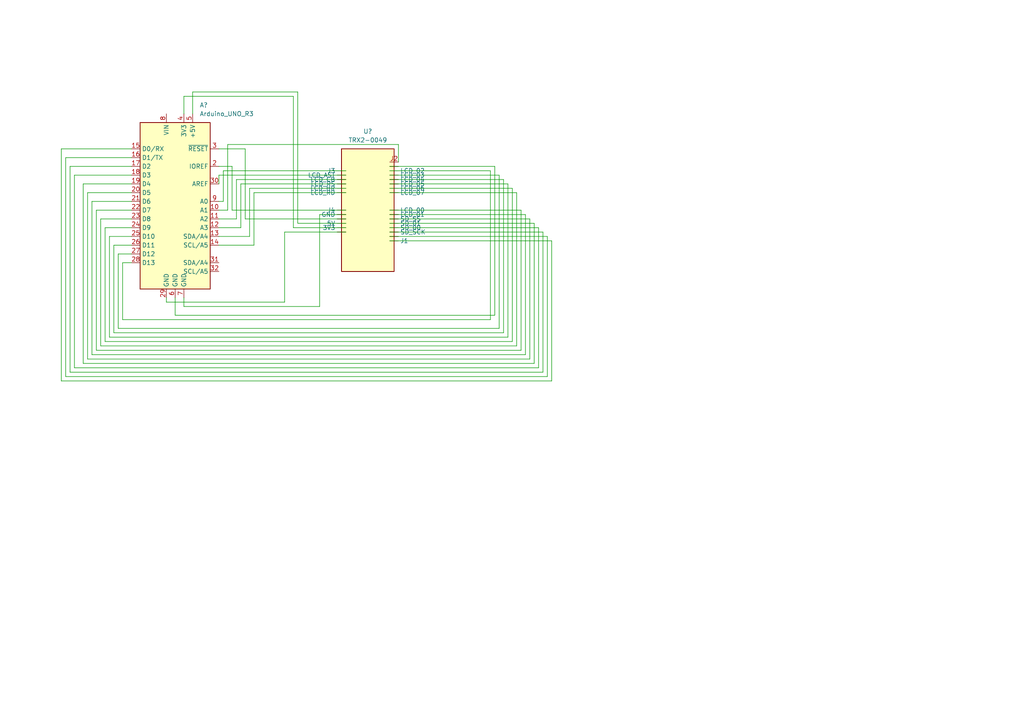
<source format=kicad_sch>
(kicad_sch (version 20211123) (generator eeschema)

  (uuid 25251566-8d33-4f8b-bde3-dfaac394c92a)

  (paper "A4")

  (lib_symbols
    (symbol "Display_Character:TRX2-0049" (in_bom yes) (on_board yes)
      (property "Reference" "U?" (id 0) (at 2.0194 22.86 0)
        (effects (font (size 1.27 1.27)) (justify left))
      )
      (property "Value" "TRX2-0049" (id 1) (at 2.0194 20.32 0)
        (effects (font (size 1.27 1.27)) (justify left))
      )
      (property "Footprint" "" (id 2) (at 0 -21.59 0)
        (effects (font (size 1.27 1.27)) hide)
      )
      (property "Datasheet" "" (id 3) (at 12.7 -7.62 0)
        (effects (font (size 1.27 1.27)) hide)
      )
      (property "ki_keywords" "display LCD dot-matrix" (id 4) (at 0 0 0)
        (effects (font (size 1.27 1.27)) hide)
      )
      (property "ki_description" "LCD 12x2, 8 bit parallel bus, 3V or 5V VDD" (id 5) (at 0 0 0)
        (effects (font (size 1.27 1.27)) hide)
      )
      (property "ki_fp_filters" "*LCD*016N002L*" (id 6) (at 0 0 0)
        (effects (font (size 1.27 1.27)) hide)
      )
      (symbol "TRX2-0049_1_1"
        (rectangle (start -7.62 16.51) (end 7.62 -19.05)
          (stroke (width 0.254) (type default) (color 0 0 0 0))
          (fill (type background))
        )
        (pin unspecified line (at -6.35 -7.62 180) (length 2.54)
          (name "" (effects (font (size 1.27 1.27))))
          (number "" (effects (font (size 1.27 1.27))))
        )
        (pin unspecified line (at -6.35 -3.81 180) (length 2.54)
          (name "" (effects (font (size 1.27 1.27))))
          (number "" (effects (font (size 1.27 1.27))))
        )
        (pin unspecified line (at 6.35 -8.89 0) (length 2.54)
          (name "" (effects (font (size 1.27 1.27))))
          (number "" (effects (font (size 1.27 1.27))))
        )
        (pin unspecified line (at 6.35 11.43 0) (length 2.54)
          (name "" (effects (font (size 1.27 1.27))))
          (number "" (effects (font (size 1.27 1.27))))
        )
        (pin input line (at -6.35 -6.35 180) (length 2.54)
          (name "3V3" (effects (font (size 1.27 1.27))))
          (number "" (effects (font (size 1.27 1.27))))
        )
        (pin input line (at -6.35 -5.08 180) (length 2.54)
          (name "5V" (effects (font (size 1.27 1.27))))
          (number "" (effects (font (size 1.27 1.27))))
        )
        (pin output line (at -6.35 -2.54 180) (length 2.54)
          (name "GND" (effects (font (size 1.27 1.27))))
          (number "" (effects (font (size 1.27 1.27))))
        )
        (pin input line (at 6.35 -10.16 0) (length 2.54)
          (name "J1" (effects (font (size 1.27 1.27))))
          (number "" (effects (font (size 1.27 1.27))))
        )
        (pin input line (at -6.35 10.16 180) (length 2.54)
          (name "J3" (effects (font (size 1.27 1.27))))
          (number "" (effects (font (size 1.27 1.27))))
        )
        (pin input line (at -6.35 -1.27 180) (length 2.54)
          (name "J4" (effects (font (size 1.27 1.27))))
          (number "" (effects (font (size 1.27 1.27))))
        )
        (pin output line (at 6.35 -1.27 0) (length 2.54)
          (name "LCD_00" (effects (font (size 1.27 1.27))))
          (number "" (effects (font (size 1.27 1.27))))
        )
        (pin output line (at 6.35 -2.54 0) (length 2.54)
          (name "LCD_01" (effects (font (size 1.27 1.27))))
          (number "" (effects (font (size 1.27 1.27))))
        )
        (pin output line (at 6.35 10.16 0) (length 2.54)
          (name "LCD_02" (effects (font (size 1.27 1.27))))
          (number "" (effects (font (size 1.27 1.27))))
        )
        (pin output line (at 6.35 8.89 0) (length 2.54)
          (name "LCD_03" (effects (font (size 1.27 1.27))))
          (number "" (effects (font (size 1.27 1.27))))
        )
        (pin output line (at 6.35 7.62 0) (length 2.54)
          (name "LCD_04" (effects (font (size 1.27 1.27))))
          (number "" (effects (font (size 1.27 1.27))))
        )
        (pin output line (at 6.35 6.35 0) (length 2.54)
          (name "LCD_05" (effects (font (size 1.27 1.27))))
          (number "" (effects (font (size 1.27 1.27))))
        )
        (pin output line (at 6.35 5.08 0) (length 2.54)
          (name "LCD_06" (effects (font (size 1.27 1.27))))
          (number "" (effects (font (size 1.27 1.27))))
        )
        (pin output line (at 6.35 3.81 0) (length 2.54)
          (name "LCD_07" (effects (font (size 1.27 1.27))))
          (number "" (effects (font (size 1.27 1.27))))
        )
        (pin output line (at -6.35 8.89 180) (length 2.54)
          (name "LCD_AST" (effects (font (size 1.27 1.27))))
          (number "" (effects (font (size 1.27 1.27))))
        )
        (pin output line (at -6.35 7.62 180) (length 2.54)
          (name "LCD_CB" (effects (font (size 1.27 1.27))))
          (number "" (effects (font (size 1.27 1.27))))
        )
        (pin output line (at -6.35 5.08 180) (length 2.54)
          (name "LCD_HR" (effects (font (size 1.27 1.27))))
          (number "" (effects (font (size 1.27 1.27))))
        )
        (pin output line (at -6.35 3.81 180) (length 2.54)
          (name "LCD_RD" (effects (font (size 1.27 1.27))))
          (number "" (effects (font (size 1.27 1.27))))
        )
        (pin output line (at -6.35 6.35 180) (length 2.54)
          (name "LCD_RS" (effects (font (size 1.27 1.27))))
          (number "" (effects (font (size 1.27 1.27))))
        )
        (pin output line (at 6.35 -6.35 0) (length 2.54)
          (name "SD_00" (effects (font (size 1.27 1.27))))
          (number "" (effects (font (size 1.27 1.27))))
        )
        (pin output line (at 6.35 -5.08 0) (length 2.54)
          (name "SD_01" (effects (font (size 1.27 1.27))))
          (number "" (effects (font (size 1.27 1.27))))
        )
        (pin output line (at 6.35 -7.62 0) (length 2.54)
          (name "SD_SCK" (effects (font (size 1.27 1.27))))
          (number "" (effects (font (size 1.27 1.27))))
        )
        (pin output line (at 6.35 -3.81 0) (length 2.54)
          (name "SD_SS" (effects (font (size 1.27 1.27))))
          (number "" (effects (font (size 1.27 1.27))))
        )
        (pin input line (at 6.35 12.7 0) (length 2.54)
          (name "" (effects (font (size 1.27 1.27))))
          (number "J2" (effects (font (size 1.27 1.27))))
        )
      )
    )
    (symbol "MCU_Module:Arduino_UNO_R3" (in_bom yes) (on_board yes)
      (property "Reference" "A" (id 0) (at -10.16 23.495 0)
        (effects (font (size 1.27 1.27)) (justify left bottom))
      )
      (property "Value" "Arduino_UNO_R3" (id 1) (at 5.08 -26.67 0)
        (effects (font (size 1.27 1.27)) (justify left top))
      )
      (property "Footprint" "Module:Arduino_UNO_R3" (id 2) (at 0 0 0)
        (effects (font (size 1.27 1.27) italic) hide)
      )
      (property "Datasheet" "https://www.arduino.cc/en/Main/arduinoBoardUno" (id 3) (at 0 0 0)
        (effects (font (size 1.27 1.27)) hide)
      )
      (property "ki_keywords" "Arduino UNO R3 Microcontroller Module Atmel AVR USB" (id 4) (at 0 0 0)
        (effects (font (size 1.27 1.27)) hide)
      )
      (property "ki_description" "Arduino UNO Microcontroller Module, release 3" (id 5) (at 0 0 0)
        (effects (font (size 1.27 1.27)) hide)
      )
      (property "ki_fp_filters" "Arduino*UNO*R3*" (id 6) (at 0 0 0)
        (effects (font (size 1.27 1.27)) hide)
      )
      (symbol "Arduino_UNO_R3_0_1"
        (rectangle (start -10.16 22.86) (end 10.16 -25.4)
          (stroke (width 0.254) (type default) (color 0 0 0 0))
          (fill (type background))
        )
      )
      (symbol "Arduino_UNO_R3_1_1"
        (pin no_connect line (at -10.16 -20.32 0) (length 2.54) hide
          (name "NC" (effects (font (size 1.27 1.27))))
          (number "1" (effects (font (size 1.27 1.27))))
        )
        (pin bidirectional line (at 12.7 -2.54 180) (length 2.54)
          (name "A1" (effects (font (size 1.27 1.27))))
          (number "10" (effects (font (size 1.27 1.27))))
        )
        (pin bidirectional line (at 12.7 -5.08 180) (length 2.54)
          (name "A2" (effects (font (size 1.27 1.27))))
          (number "11" (effects (font (size 1.27 1.27))))
        )
        (pin bidirectional line (at 12.7 -7.62 180) (length 2.54)
          (name "A3" (effects (font (size 1.27 1.27))))
          (number "12" (effects (font (size 1.27 1.27))))
        )
        (pin bidirectional line (at 12.7 -10.16 180) (length 2.54)
          (name "SDA/A4" (effects (font (size 1.27 1.27))))
          (number "13" (effects (font (size 1.27 1.27))))
        )
        (pin bidirectional line (at 12.7 -12.7 180) (length 2.54)
          (name "SCL/A5" (effects (font (size 1.27 1.27))))
          (number "14" (effects (font (size 1.27 1.27))))
        )
        (pin bidirectional line (at -12.7 15.24 0) (length 2.54)
          (name "D0/RX" (effects (font (size 1.27 1.27))))
          (number "15" (effects (font (size 1.27 1.27))))
        )
        (pin bidirectional line (at -12.7 12.7 0) (length 2.54)
          (name "D1/TX" (effects (font (size 1.27 1.27))))
          (number "16" (effects (font (size 1.27 1.27))))
        )
        (pin bidirectional line (at -12.7 10.16 0) (length 2.54)
          (name "D2" (effects (font (size 1.27 1.27))))
          (number "17" (effects (font (size 1.27 1.27))))
        )
        (pin bidirectional line (at -12.7 7.62 0) (length 2.54)
          (name "D3" (effects (font (size 1.27 1.27))))
          (number "18" (effects (font (size 1.27 1.27))))
        )
        (pin bidirectional line (at -12.7 5.08 0) (length 2.54)
          (name "D4" (effects (font (size 1.27 1.27))))
          (number "19" (effects (font (size 1.27 1.27))))
        )
        (pin output line (at 12.7 10.16 180) (length 2.54)
          (name "IOREF" (effects (font (size 1.27 1.27))))
          (number "2" (effects (font (size 1.27 1.27))))
        )
        (pin bidirectional line (at -12.7 2.54 0) (length 2.54)
          (name "D5" (effects (font (size 1.27 1.27))))
          (number "20" (effects (font (size 1.27 1.27))))
        )
        (pin bidirectional line (at -12.7 0 0) (length 2.54)
          (name "D6" (effects (font (size 1.27 1.27))))
          (number "21" (effects (font (size 1.27 1.27))))
        )
        (pin bidirectional line (at -12.7 -2.54 0) (length 2.54)
          (name "D7" (effects (font (size 1.27 1.27))))
          (number "22" (effects (font (size 1.27 1.27))))
        )
        (pin bidirectional line (at -12.7 -5.08 0) (length 2.54)
          (name "D8" (effects (font (size 1.27 1.27))))
          (number "23" (effects (font (size 1.27 1.27))))
        )
        (pin bidirectional line (at -12.7 -7.62 0) (length 2.54)
          (name "D9" (effects (font (size 1.27 1.27))))
          (number "24" (effects (font (size 1.27 1.27))))
        )
        (pin bidirectional line (at -12.7 -10.16 0) (length 2.54)
          (name "D10" (effects (font (size 1.27 1.27))))
          (number "25" (effects (font (size 1.27 1.27))))
        )
        (pin bidirectional line (at -12.7 -12.7 0) (length 2.54)
          (name "D11" (effects (font (size 1.27 1.27))))
          (number "26" (effects (font (size 1.27 1.27))))
        )
        (pin bidirectional line (at -12.7 -15.24 0) (length 2.54)
          (name "D12" (effects (font (size 1.27 1.27))))
          (number "27" (effects (font (size 1.27 1.27))))
        )
        (pin bidirectional line (at -12.7 -17.78 0) (length 2.54)
          (name "D13" (effects (font (size 1.27 1.27))))
          (number "28" (effects (font (size 1.27 1.27))))
        )
        (pin power_in line (at -2.54 -27.94 90) (length 2.54)
          (name "GND" (effects (font (size 1.27 1.27))))
          (number "29" (effects (font (size 1.27 1.27))))
        )
        (pin input line (at 12.7 15.24 180) (length 2.54)
          (name "~{RESET}" (effects (font (size 1.27 1.27))))
          (number "3" (effects (font (size 1.27 1.27))))
        )
        (pin input line (at 12.7 5.08 180) (length 2.54)
          (name "AREF" (effects (font (size 1.27 1.27))))
          (number "30" (effects (font (size 1.27 1.27))))
        )
        (pin bidirectional line (at 12.7 -17.78 180) (length 2.54)
          (name "SDA/A4" (effects (font (size 1.27 1.27))))
          (number "31" (effects (font (size 1.27 1.27))))
        )
        (pin bidirectional line (at 12.7 -20.32 180) (length 2.54)
          (name "SCL/A5" (effects (font (size 1.27 1.27))))
          (number "32" (effects (font (size 1.27 1.27))))
        )
        (pin power_out line (at 2.54 25.4 270) (length 2.54)
          (name "3V3" (effects (font (size 1.27 1.27))))
          (number "4" (effects (font (size 1.27 1.27))))
        )
        (pin power_out line (at 5.08 25.4 270) (length 2.54)
          (name "+5V" (effects (font (size 1.27 1.27))))
          (number "5" (effects (font (size 1.27 1.27))))
        )
        (pin power_in line (at 0 -27.94 90) (length 2.54)
          (name "GND" (effects (font (size 1.27 1.27))))
          (number "6" (effects (font (size 1.27 1.27))))
        )
        (pin power_in line (at 2.54 -27.94 90) (length 2.54)
          (name "GND" (effects (font (size 1.27 1.27))))
          (number "7" (effects (font (size 1.27 1.27))))
        )
        (pin power_in line (at -2.54 25.4 270) (length 2.54)
          (name "VIN" (effects (font (size 1.27 1.27))))
          (number "8" (effects (font (size 1.27 1.27))))
        )
        (pin bidirectional line (at 12.7 0 180) (length 2.54)
          (name "A0" (effects (font (size 1.27 1.27))))
          (number "9" (effects (font (size 1.27 1.27))))
        )
      )
    )
  )


  (wire (pts (xy 82.55 87.63) (xy 48.26 87.63))
    (stroke (width 0) (type default) (color 0 0 0 0))
    (uuid 038de4d6-a802-4c81-b43a-9023f1e32120)
  )
  (wire (pts (xy 33.02 71.12) (xy 38.1 71.12))
    (stroke (width 0) (type default) (color 0 0 0 0))
    (uuid 0750131c-42be-4d4b-a9bf-27e3849f0b6a)
  )
  (wire (pts (xy 144.78 95.25) (xy 34.29 95.25))
    (stroke (width 0) (type default) (color 0 0 0 0))
    (uuid 07cc00bc-fdf2-46ee-8809-fbae6e652039)
  )
  (wire (pts (xy 27.94 101.6) (xy 27.94 60.96))
    (stroke (width 0) (type default) (color 0 0 0 0))
    (uuid 0a1b7daf-2562-424c-aba2-08b21803f1ac)
  )
  (wire (pts (xy 25.4 104.14) (xy 25.4 55.88))
    (stroke (width 0) (type default) (color 0 0 0 0))
    (uuid 0caee242-b601-4cc7-b4b2-0082f595b9dc)
  )
  (wire (pts (xy 113.03 64.77) (xy 154.94 64.77))
    (stroke (width 0) (type default) (color 0 0 0 0))
    (uuid 112c30e9-57a2-4f01-8d4c-7fa5af442c93)
  )
  (wire (pts (xy 21.59 50.8) (xy 38.1 50.8))
    (stroke (width 0) (type default) (color 0 0 0 0))
    (uuid 1203cdff-cf9a-41e0-acdb-6bfd6bb1ffbe)
  )
  (wire (pts (xy 149.86 100.33) (xy 29.21 100.33))
    (stroke (width 0) (type default) (color 0 0 0 0))
    (uuid 1299e951-c32a-4604-80f9-52e413a1bfdc)
  )
  (wire (pts (xy 100.33 64.77) (xy 86.36 64.77))
    (stroke (width 0) (type default) (color 0 0 0 0))
    (uuid 145fd9b0-c8b7-486c-828c-0f184588ed48)
  )
  (wire (pts (xy 113.03 49.53) (xy 142.24 49.53))
    (stroke (width 0) (type default) (color 0 0 0 0))
    (uuid 167c748c-5399-4204-8552-261cdc23ce76)
  )
  (wire (pts (xy 100.33 53.34) (xy 69.85 53.34))
    (stroke (width 0) (type default) (color 0 0 0 0))
    (uuid 191cd24e-6e7b-443f-aa46-1a4d74b2ebda)
  )
  (wire (pts (xy 30.48 99.06) (xy 30.48 66.04))
    (stroke (width 0) (type default) (color 0 0 0 0))
    (uuid 1fd58fbe-72e9-4c6c-b154-ff9bf115dc9a)
  )
  (wire (pts (xy 151.13 60.96) (xy 151.13 101.6))
    (stroke (width 0) (type default) (color 0 0 0 0))
    (uuid 233eea2d-3f98-4ba1-bbc8-e1143a6380f2)
  )
  (wire (pts (xy 63.5 50.8) (xy 63.5 53.34))
    (stroke (width 0) (type default) (color 0 0 0 0))
    (uuid 251ebb72-5703-4cd3-ad98-83320ce0a727)
  )
  (wire (pts (xy 147.32 53.34) (xy 147.32 97.79))
    (stroke (width 0) (type default) (color 0 0 0 0))
    (uuid 25cf0a11-4506-4c55-ad1c-0f15f23763d9)
  )
  (wire (pts (xy 113.03 69.85) (xy 160.02 69.85))
    (stroke (width 0) (type default) (color 0 0 0 0))
    (uuid 264e87f1-9b35-4d09-a608-f9b669ab91f2)
  )
  (wire (pts (xy 63.5 68.58) (xy 72.39 68.58))
    (stroke (width 0) (type default) (color 0 0 0 0))
    (uuid 26b3b8da-7715-4d0f-a8b2-f099f08ae7fc)
  )
  (wire (pts (xy 34.29 95.25) (xy 34.29 73.66))
    (stroke (width 0) (type default) (color 0 0 0 0))
    (uuid 2b5f3567-962b-4445-8b41-b703f896a999)
  )
  (wire (pts (xy 100.33 49.53) (xy 64.77 49.53))
    (stroke (width 0) (type default) (color 0 0 0 0))
    (uuid 2d055f52-8de2-475c-89a1-60e423925d9f)
  )
  (wire (pts (xy 73.66 55.88) (xy 73.66 71.12))
    (stroke (width 0) (type default) (color 0 0 0 0))
    (uuid 30c58271-0436-4d5d-a6ed-5047c253eb39)
  )
  (wire (pts (xy 115.57 41.91) (xy 66.04 41.91))
    (stroke (width 0) (type default) (color 0 0 0 0))
    (uuid 30cd7e1e-25e7-46ec-a097-5fd94ae368a0)
  )
  (wire (pts (xy 156.21 106.68) (xy 21.59 106.68))
    (stroke (width 0) (type default) (color 0 0 0 0))
    (uuid 33d3c859-936d-4269-b9be-3d592976ec16)
  )
  (wire (pts (xy 148.59 54.61) (xy 148.59 99.06))
    (stroke (width 0) (type default) (color 0 0 0 0))
    (uuid 377f8026-98a7-4d97-a1bf-cb780cb9415f)
  )
  (wire (pts (xy 55.88 26.67) (xy 55.88 33.02))
    (stroke (width 0) (type default) (color 0 0 0 0))
    (uuid 3b0f0602-a5cd-42aa-b3e5-1cb5cc55d312)
  )
  (wire (pts (xy 35.56 76.2) (xy 38.1 76.2))
    (stroke (width 0) (type default) (color 0 0 0 0))
    (uuid 3c4cdda6-03db-4484-958d-f90fdb74b770)
  )
  (wire (pts (xy 154.94 64.77) (xy 154.94 105.41))
    (stroke (width 0) (type default) (color 0 0 0 0))
    (uuid 409d753f-d228-4e3f-80e9-ceeed6f934ab)
  )
  (wire (pts (xy 113.03 62.23) (xy 152.4 62.23))
    (stroke (width 0) (type default) (color 0 0 0 0))
    (uuid 41dc11f8-9dc2-4da9-9504-75451e6c6ed5)
  )
  (wire (pts (xy 143.51 48.26) (xy 143.51 91.44))
    (stroke (width 0) (type default) (color 0 0 0 0))
    (uuid 436e06b0-8a99-466c-889c-5f7e0a5ce4ad)
  )
  (wire (pts (xy 113.03 55.88) (xy 149.86 55.88))
    (stroke (width 0) (type default) (color 0 0 0 0))
    (uuid 43e2f015-69b9-4046-a644-2b1f37bc43ee)
  )
  (wire (pts (xy 92.71 62.23) (xy 92.71 88.9))
    (stroke (width 0) (type default) (color 0 0 0 0))
    (uuid 45222a1c-89f8-4684-8742-f8c120201027)
  )
  (wire (pts (xy 30.48 66.04) (xy 38.1 66.04))
    (stroke (width 0) (type default) (color 0 0 0 0))
    (uuid 4b3b1eba-2440-4446-a470-6bcbc1943279)
  )
  (wire (pts (xy 21.59 106.68) (xy 21.59 50.8))
    (stroke (width 0) (type default) (color 0 0 0 0))
    (uuid 4b4df465-4300-4246-803b-96e9f22dba25)
  )
  (wire (pts (xy 69.85 53.34) (xy 69.85 66.04))
    (stroke (width 0) (type default) (color 0 0 0 0))
    (uuid 51a82b0b-7888-4f00-b07e-050776a32b93)
  )
  (wire (pts (xy 146.05 96.52) (xy 33.02 96.52))
    (stroke (width 0) (type default) (color 0 0 0 0))
    (uuid 523fa2b6-3f13-434f-a3ee-f9de9f7d3f59)
  )
  (wire (pts (xy 113.03 54.61) (xy 148.59 54.61))
    (stroke (width 0) (type default) (color 0 0 0 0))
    (uuid 54df70fe-1395-4f7c-97ba-e8cf2ef02576)
  )
  (wire (pts (xy 67.31 48.26) (xy 63.5 48.26))
    (stroke (width 0) (type default) (color 0 0 0 0))
    (uuid 552830c3-e261-4ce2-a130-0593b05d1027)
  )
  (wire (pts (xy 152.4 62.23) (xy 152.4 102.87))
    (stroke (width 0) (type default) (color 0 0 0 0))
    (uuid 576e1879-c8bd-419b-b831-c02055f4763c)
  )
  (wire (pts (xy 31.75 97.79) (xy 31.75 68.58))
    (stroke (width 0) (type default) (color 0 0 0 0))
    (uuid 5d1d62b3-4cd0-4360-9eb3-c544e4d118de)
  )
  (wire (pts (xy 66.04 60.96) (xy 63.5 60.96))
    (stroke (width 0) (type default) (color 0 0 0 0))
    (uuid 5ee59d4a-b36e-46ba-9b86-91af54768191)
  )
  (wire (pts (xy 113.03 50.8) (xy 144.78 50.8))
    (stroke (width 0) (type default) (color 0 0 0 0))
    (uuid 601741d8-c619-4b68-9e41-483bc5c89649)
  )
  (wire (pts (xy 100.33 63.5) (xy 71.12 63.5))
    (stroke (width 0) (type default) (color 0 0 0 0))
    (uuid 638be01f-f3fd-430f-b8d4-df0b76332104)
  )
  (wire (pts (xy 86.36 26.67) (xy 55.88 26.67))
    (stroke (width 0) (type default) (color 0 0 0 0))
    (uuid 66a63a28-3b92-4440-a532-be9343b985ad)
  )
  (wire (pts (xy 72.39 54.61) (xy 72.39 68.58))
    (stroke (width 0) (type default) (color 0 0 0 0))
    (uuid 683d9b78-83ec-45a8-aaf5-920897ee711f)
  )
  (wire (pts (xy 157.48 67.31) (xy 157.48 107.95))
    (stroke (width 0) (type default) (color 0 0 0 0))
    (uuid 691bdb43-f343-483f-a9bc-0a57ca292795)
  )
  (wire (pts (xy 67.31 60.96) (xy 67.31 48.26))
    (stroke (width 0) (type default) (color 0 0 0 0))
    (uuid 6953dc91-b939-49b6-a85e-11391e9e42d7)
  )
  (wire (pts (xy 158.75 68.58) (xy 158.75 109.22))
    (stroke (width 0) (type default) (color 0 0 0 0))
    (uuid 6a60a8e1-129b-49aa-8417-9011814c3fda)
  )
  (wire (pts (xy 20.32 107.95) (xy 20.32 48.26))
    (stroke (width 0) (type default) (color 0 0 0 0))
    (uuid 6b09c5ad-a15d-469f-a855-ea7fdb38f62b)
  )
  (wire (pts (xy 154.94 105.41) (xy 24.13 105.41))
    (stroke (width 0) (type default) (color 0 0 0 0))
    (uuid 6d53d34d-a2e9-4390-a7ee-b4adf6c97410)
  )
  (wire (pts (xy 113.03 66.04) (xy 156.21 66.04))
    (stroke (width 0) (type default) (color 0 0 0 0))
    (uuid 6dbd84b1-fd0d-456b-87c1-fa0483a80801)
  )
  (wire (pts (xy 146.05 52.07) (xy 146.05 96.52))
    (stroke (width 0) (type default) (color 0 0 0 0))
    (uuid 6fff5f79-f441-454f-8a39-0a32094602e8)
  )
  (wire (pts (xy 29.21 63.5) (xy 38.1 63.5))
    (stroke (width 0) (type default) (color 0 0 0 0))
    (uuid 738b27a7-69d7-430b-b0bf-3df3ca9c2191)
  )
  (wire (pts (xy 142.24 49.53) (xy 142.24 92.71))
    (stroke (width 0) (type default) (color 0 0 0 0))
    (uuid 75692b36-b478-4208-86f0-d4cb4eff6675)
  )
  (wire (pts (xy 86.36 64.77) (xy 86.36 26.67))
    (stroke (width 0) (type default) (color 0 0 0 0))
    (uuid 77ab6920-0cd2-429f-a94b-3f711a243857)
  )
  (wire (pts (xy 115.57 46.99) (xy 115.57 41.91))
    (stroke (width 0) (type default) (color 0 0 0 0))
    (uuid 77ef2db3-5861-4533-8d84-1ca60e03da6a)
  )
  (wire (pts (xy 158.75 109.22) (xy 19.05 109.22))
    (stroke (width 0) (type default) (color 0 0 0 0))
    (uuid 7f89be47-2455-4f34-82cc-f450d3f69e4c)
  )
  (wire (pts (xy 25.4 55.88) (xy 38.1 55.88))
    (stroke (width 0) (type default) (color 0 0 0 0))
    (uuid 81f39fdc-d495-4d5c-8389-9819e708ac9f)
  )
  (wire (pts (xy 82.55 67.31) (xy 82.55 87.63))
    (stroke (width 0) (type default) (color 0 0 0 0))
    (uuid 82be65c9-a622-4ba4-8c4c-07907de9be15)
  )
  (wire (pts (xy 113.03 68.58) (xy 158.75 68.58))
    (stroke (width 0) (type default) (color 0 0 0 0))
    (uuid 84cc28c1-3324-4082-ab0f-8c589095dd81)
  )
  (wire (pts (xy 19.05 109.22) (xy 19.05 45.72))
    (stroke (width 0) (type default) (color 0 0 0 0))
    (uuid 882d1c43-7530-4ffe-83e7-bbaf01e9b751)
  )
  (wire (pts (xy 100.33 62.23) (xy 92.71 62.23))
    (stroke (width 0) (type default) (color 0 0 0 0))
    (uuid 88fefdc3-7107-4c78-b951-a45135ce7380)
  )
  (wire (pts (xy 100.33 66.04) (xy 85.09 66.04))
    (stroke (width 0) (type default) (color 0 0 0 0))
    (uuid 8c0b63a4-9f49-4c4e-88e8-825404267292)
  )
  (wire (pts (xy 17.78 110.49) (xy 17.78 43.18))
    (stroke (width 0) (type default) (color 0 0 0 0))
    (uuid 8cee5611-fea6-4dfd-b619-76c6b2d72f4a)
  )
  (wire (pts (xy 69.85 66.04) (xy 63.5 66.04))
    (stroke (width 0) (type default) (color 0 0 0 0))
    (uuid 8d4b0135-171c-4f95-bc76-6a7997afb73f)
  )
  (wire (pts (xy 153.67 104.14) (xy 25.4 104.14))
    (stroke (width 0) (type default) (color 0 0 0 0))
    (uuid 8d89f712-96a8-4ee8-9ec3-08d73655b9b3)
  )
  (wire (pts (xy 149.86 55.88) (xy 149.86 100.33))
    (stroke (width 0) (type default) (color 0 0 0 0))
    (uuid 8f34f4cf-af7c-43d2-8487-3129b7b9359b)
  )
  (wire (pts (xy 100.33 50.8) (xy 63.5 50.8))
    (stroke (width 0) (type default) (color 0 0 0 0))
    (uuid 90f7dfb0-7683-4512-a78e-cfeb7d2e1ccc)
  )
  (wire (pts (xy 34.29 73.66) (xy 38.1 73.66))
    (stroke (width 0) (type default) (color 0 0 0 0))
    (uuid 9278ec29-f5ad-4cff-8e77-2d0b36045e5a)
  )
  (wire (pts (xy 152.4 102.87) (xy 26.67 102.87))
    (stroke (width 0) (type default) (color 0 0 0 0))
    (uuid 942853cd-5b99-4cb3-9d45-a5141e87a2a4)
  )
  (wire (pts (xy 53.34 88.9) (xy 53.34 86.36))
    (stroke (width 0) (type default) (color 0 0 0 0))
    (uuid 977765c3-015f-46d3-8fb2-d9dabb3676be)
  )
  (wire (pts (xy 26.67 102.87) (xy 26.67 58.42))
    (stroke (width 0) (type default) (color 0 0 0 0))
    (uuid 981ae86f-17fa-4b79-8869-bee4a892c4c1)
  )
  (wire (pts (xy 35.56 92.71) (xy 35.56 76.2))
    (stroke (width 0) (type default) (color 0 0 0 0))
    (uuid 989327ee-efed-4aaf-8a1e-7947dd691d19)
  )
  (wire (pts (xy 100.33 52.07) (xy 68.58 52.07))
    (stroke (width 0) (type default) (color 0 0 0 0))
    (uuid 9bd0c666-371e-4950-941c-a73c066a3b83)
  )
  (wire (pts (xy 144.78 50.8) (xy 144.78 95.25))
    (stroke (width 0) (type default) (color 0 0 0 0))
    (uuid 9d7a818f-f36b-45c1-b266-5ad8d26a4877)
  )
  (wire (pts (xy 24.13 53.34) (xy 38.1 53.34))
    (stroke (width 0) (type default) (color 0 0 0 0))
    (uuid 9db8ee24-f65e-4b85-80b0-23d4844fc5f7)
  )
  (wire (pts (xy 71.12 43.18) (xy 63.5 43.18))
    (stroke (width 0) (type default) (color 0 0 0 0))
    (uuid 9e5be3a3-471c-464d-92bd-0a6ee3afe482)
  )
  (wire (pts (xy 157.48 107.95) (xy 20.32 107.95))
    (stroke (width 0) (type default) (color 0 0 0 0))
    (uuid a0faf7cd-ac3d-4cc1-87fa-eac4513e44e1)
  )
  (wire (pts (xy 68.58 52.07) (xy 68.58 63.5))
    (stroke (width 0) (type default) (color 0 0 0 0))
    (uuid a4d3c91e-7fc2-4a2f-b252-3ef7ab3421c9)
  )
  (wire (pts (xy 85.09 66.04) (xy 85.09 27.94))
    (stroke (width 0) (type default) (color 0 0 0 0))
    (uuid a73e7037-0b81-48fe-bdcf-1de3efe2de5f)
  )
  (wire (pts (xy 63.5 63.5) (xy 68.58 63.5))
    (stroke (width 0) (type default) (color 0 0 0 0))
    (uuid a79d64cd-bb11-42ab-9707-65494e2b84cd)
  )
  (wire (pts (xy 113.03 53.34) (xy 147.32 53.34))
    (stroke (width 0) (type default) (color 0 0 0 0))
    (uuid a82ab8c6-e427-4c59-872d-fed85a31f9d7)
  )
  (wire (pts (xy 17.78 43.18) (xy 38.1 43.18))
    (stroke (width 0) (type default) (color 0 0 0 0))
    (uuid a98a3bc7-9c25-49b2-95c1-a7da9d6ad3af)
  )
  (wire (pts (xy 147.32 97.79) (xy 31.75 97.79))
    (stroke (width 0) (type default) (color 0 0 0 0))
    (uuid a9fa4797-76a0-4cd9-92f9-570313a767ab)
  )
  (wire (pts (xy 113.03 67.31) (xy 157.48 67.31))
    (stroke (width 0) (type default) (color 0 0 0 0))
    (uuid aad5c4ae-cb0f-474a-9352-782247fd29c7)
  )
  (wire (pts (xy 33.02 96.52) (xy 33.02 71.12))
    (stroke (width 0) (type default) (color 0 0 0 0))
    (uuid aaf04007-cfc4-4642-a3ae-9af79233d53d)
  )
  (wire (pts (xy 53.34 27.94) (xy 53.34 33.02))
    (stroke (width 0) (type default) (color 0 0 0 0))
    (uuid b2d27d76-9715-40b8-abbf-c4d1fbccde9d)
  )
  (wire (pts (xy 20.32 48.26) (xy 38.1 48.26))
    (stroke (width 0) (type default) (color 0 0 0 0))
    (uuid b927b29e-95d9-4bbe-a0ab-4f376ae70a6a)
  )
  (wire (pts (xy 100.33 67.31) (xy 82.55 67.31))
    (stroke (width 0) (type default) (color 0 0 0 0))
    (uuid b9c301d0-f4fd-434a-ade4-0cb82501ba62)
  )
  (wire (pts (xy 142.24 92.71) (xy 35.56 92.71))
    (stroke (width 0) (type default) (color 0 0 0 0))
    (uuid b9d0da17-d8b5-48c9-bc1d-99a30ca146c0)
  )
  (wire (pts (xy 151.13 101.6) (xy 27.94 101.6))
    (stroke (width 0) (type default) (color 0 0 0 0))
    (uuid bd7e4c64-2618-40c0-8a6c-79cb9760558e)
  )
  (wire (pts (xy 153.67 63.5) (xy 153.67 104.14))
    (stroke (width 0) (type default) (color 0 0 0 0))
    (uuid bd9fcf40-4b75-49d2-8a0d-cd1c53fa8e5f)
  )
  (wire (pts (xy 156.21 66.04) (xy 156.21 106.68))
    (stroke (width 0) (type default) (color 0 0 0 0))
    (uuid c2cecdd8-12cf-4b18-8f2f-89751fe3b609)
  )
  (wire (pts (xy 50.8 91.44) (xy 50.8 86.36))
    (stroke (width 0) (type default) (color 0 0 0 0))
    (uuid c6cf519a-0a3c-465e-9c52-907cfb6c8682)
  )
  (wire (pts (xy 113.03 63.5) (xy 153.67 63.5))
    (stroke (width 0) (type default) (color 0 0 0 0))
    (uuid ca8ef9be-fd84-4805-81f8-825f24d0df7d)
  )
  (wire (pts (xy 160.02 110.49) (xy 17.78 110.49))
    (stroke (width 0) (type default) (color 0 0 0 0))
    (uuid cabdd424-33dd-4b36-89cd-112847ba924c)
  )
  (wire (pts (xy 100.33 60.96) (xy 67.31 60.96))
    (stroke (width 0) (type default) (color 0 0 0 0))
    (uuid ce258540-7708-4ff2-9133-bb47084053a0)
  )
  (wire (pts (xy 113.03 60.96) (xy 151.13 60.96))
    (stroke (width 0) (type default) (color 0 0 0 0))
    (uuid d0fa404a-2691-4126-85e2-13b31056a71a)
  )
  (wire (pts (xy 64.77 58.42) (xy 63.5 58.42))
    (stroke (width 0) (type default) (color 0 0 0 0))
    (uuid d27d2b91-3856-42af-98d8-b80974503543)
  )
  (wire (pts (xy 100.33 55.88) (xy 73.66 55.88))
    (stroke (width 0) (type default) (color 0 0 0 0))
    (uuid d298ce09-f1e9-49df-a702-4954b2e364b4)
  )
  (wire (pts (xy 71.12 63.5) (xy 71.12 43.18))
    (stroke (width 0) (type default) (color 0 0 0 0))
    (uuid d2a2583f-a4b5-413c-8fd0-6e5bfe4663e0)
  )
  (wire (pts (xy 26.67 58.42) (xy 38.1 58.42))
    (stroke (width 0) (type default) (color 0 0 0 0))
    (uuid d3e0a6da-ee6a-469d-88e5-48e54c492632)
  )
  (wire (pts (xy 48.26 87.63) (xy 48.26 86.36))
    (stroke (width 0) (type default) (color 0 0 0 0))
    (uuid d6106d04-2c92-48db-b973-f0ea0909016d)
  )
  (wire (pts (xy 64.77 49.53) (xy 64.77 58.42))
    (stroke (width 0) (type default) (color 0 0 0 0))
    (uuid dbb5ac34-8be2-4be5-a81d-bf8ce5273ff3)
  )
  (wire (pts (xy 85.09 27.94) (xy 53.34 27.94))
    (stroke (width 0) (type default) (color 0 0 0 0))
    (uuid de2035f1-667a-4df5-a19f-c8f39d639685)
  )
  (wire (pts (xy 27.94 60.96) (xy 38.1 60.96))
    (stroke (width 0) (type default) (color 0 0 0 0))
    (uuid e0d0af1c-556f-4240-9930-48fba8cfe55a)
  )
  (wire (pts (xy 66.04 41.91) (xy 66.04 60.96))
    (stroke (width 0) (type default) (color 0 0 0 0))
    (uuid e2d2dc16-f308-49a6-8662-8dc729afc0f0)
  )
  (wire (pts (xy 29.21 100.33) (xy 29.21 63.5))
    (stroke (width 0) (type default) (color 0 0 0 0))
    (uuid e520f95d-e1af-44e9-8af4-30d8bf05bda2)
  )
  (wire (pts (xy 92.71 88.9) (xy 53.34 88.9))
    (stroke (width 0) (type default) (color 0 0 0 0))
    (uuid e83cfc56-48b8-46bb-bcc7-a8fea3f8b782)
  )
  (wire (pts (xy 31.75 68.58) (xy 38.1 68.58))
    (stroke (width 0) (type default) (color 0 0 0 0))
    (uuid e9760124-0958-414a-b712-a4fc00799473)
  )
  (wire (pts (xy 24.13 105.41) (xy 24.13 53.34))
    (stroke (width 0) (type default) (color 0 0 0 0))
    (uuid ebf242e6-5af6-4dd2-89ac-1840076c5901)
  )
  (wire (pts (xy 113.03 52.07) (xy 146.05 52.07))
    (stroke (width 0) (type default) (color 0 0 0 0))
    (uuid efb2f932-fb0c-44ca-9532-05337d235ed9)
  )
  (wire (pts (xy 113.03 48.26) (xy 143.51 48.26))
    (stroke (width 0) (type default) (color 0 0 0 0))
    (uuid f5eeaeb5-273a-47e0-92fb-41ebaf7a9736)
  )
  (wire (pts (xy 143.51 91.44) (xy 50.8 91.44))
    (stroke (width 0) (type default) (color 0 0 0 0))
    (uuid f6a3c100-0fed-417d-92b2-f2a3a146fc79)
  )
  (wire (pts (xy 19.05 45.72) (xy 38.1 45.72))
    (stroke (width 0) (type default) (color 0 0 0 0))
    (uuid f7311a95-54c6-46cc-b460-e2ceadeaef46)
  )
  (wire (pts (xy 148.59 99.06) (xy 30.48 99.06))
    (stroke (width 0) (type default) (color 0 0 0 0))
    (uuid f8cf7cf4-023e-482b-b2db-8063d278ed92)
  )
  (wire (pts (xy 100.33 54.61) (xy 72.39 54.61))
    (stroke (width 0) (type default) (color 0 0 0 0))
    (uuid fa261c54-3f02-40c4-8ba1-11dbf8b8330a)
  )
  (wire (pts (xy 160.02 69.85) (xy 160.02 110.49))
    (stroke (width 0) (type default) (color 0 0 0 0))
    (uuid fa71f6ad-9c26-497e-b182-c2db49216341)
  )
  (wire (pts (xy 73.66 71.12) (xy 63.5 71.12))
    (stroke (width 0) (type default) (color 0 0 0 0))
    (uuid ffa791e7-68ac-4327-af2b-4e79782d44be)
  )

  (symbol (lib_id "Display_Character:TRX2-0049") (at 106.68 59.69 0) (unit 1)
    (in_bom yes) (on_board yes) (fields_autoplaced)
    (uuid 7e615647-cbe4-4c2e-ab90-de145bc16708)
    (property "Reference" "U?" (id 0) (at 106.68 38.1 0))
    (property "Value" "TRX2-0049" (id 1) (at 106.68 40.64 0))
    (property "Footprint" "" (id 2) (at 106.68 81.28 0)
      (effects (font (size 1.27 1.27)) hide)
    )
    (property "Datasheet" "" (id 3) (at 119.38 67.31 0)
      (effects (font (size 1.27 1.27)) hide)
    )
    (pin "" (uuid e2beea64-e31f-42e1-807c-ee43096a5fe5))
    (pin "" (uuid e5f89584-36e2-4899-9f54-478a05b9ea42))
    (pin "" (uuid 4b8719d9-f5cd-461e-be0a-bdb0630310ca))
    (pin "" (uuid 838662af-f426-498a-a7b3-5e5161c4bc10))
    (pin "" (uuid 2b395cb2-ef4f-4428-b5ef-b58de64f1c97))
    (pin "" (uuid 39091aec-9c08-4717-8c60-d098eebdc4c5))
    (pin "" (uuid 5f224845-4001-4f2b-a95d-c698da5c7b67))
    (pin "" (uuid 5efc6c2b-85d2-40ac-94f6-77cc981ad4bf))
    (pin "" (uuid 1ac535c7-b592-476f-82e0-83ba2e22782a))
    (pin "" (uuid ca314743-c988-4a08-94b9-9ff6fb973981))
    (pin "" (uuid 8811f215-42d0-48a2-a43d-9b07be525cad))
    (pin "" (uuid df254284-fd9e-4a9a-8894-25273392e178))
    (pin "" (uuid cdd90a4b-af2d-4fb2-bb24-764e8436e9a8))
    (pin "" (uuid a96551db-fa1a-4b33-aacc-f92b90bb5775))
    (pin "" (uuid dbb05f78-7572-4daf-b8fd-14a107202e6b))
    (pin "" (uuid f9068a0e-66de-451c-b564-e48a099ecf83))
    (pin "" (uuid 6400ae36-44d7-4b75-8b47-07622e44876a))
    (pin "" (uuid 2f415fea-47b7-4e8f-a7c7-35d6c3983d56))
    (pin "" (uuid f7a44496-528d-4e72-8fdb-3d5c819e6e71))
    (pin "" (uuid c7fc4af4-1fc5-4739-9469-9bd34962537c))
    (pin "" (uuid c930dfb8-0de8-4213-a8d9-e5ef8644a07f))
    (pin "" (uuid 7ce571e5-3a24-4e7d-9295-9775a0f2314b))
    (pin "" (uuid 887f9fa2-839c-44ee-88e2-74fc1bbccabf))
    (pin "" (uuid 18083257-2490-4af9-8deb-371366ebadb1))
    (pin "" (uuid 208790f7-1e45-4821-aaf9-1672770b1bea))
    (pin "" (uuid 9a4c1e52-3299-4445-a3cc-fdb6a8b6d89f))
    (pin "" (uuid 36e0d1f8-8b71-47cc-a851-d695be922488))
    (pin "J2" (uuid eb2dd9ae-d514-49c5-aa31-7f388a422f6a))
  )

  (symbol (lib_id "MCU_Module:Arduino_UNO_R3") (at 50.8 58.42 0) (unit 1)
    (in_bom yes) (on_board yes) (fields_autoplaced)
    (uuid d9906d16-aefe-40df-8d35-5cdef36559cd)
    (property "Reference" "A?" (id 0) (at 57.8994 30.48 0)
      (effects (font (size 1.27 1.27)) (justify left))
    )
    (property "Value" "Arduino_UNO_R3" (id 1) (at 57.8994 33.02 0)
      (effects (font (size 1.27 1.27)) (justify left))
    )
    (property "Footprint" "Module:Arduino_UNO_R3" (id 2) (at 50.8 58.42 0)
      (effects (font (size 1.27 1.27) italic) hide)
    )
    (property "Datasheet" "https://www.arduino.cc/en/Main/arduinoBoardUno" (id 3) (at 50.8 58.42 0)
      (effects (font (size 1.27 1.27)) hide)
    )
    (pin "1" (uuid b230e6e1-3d97-470b-98a7-81372d8f65d9))
    (pin "10" (uuid 9df218fb-8ce1-4552-b5b1-3e1084485414))
    (pin "11" (uuid 9ab7b214-1e44-463b-81de-a87df1cb5200))
    (pin "12" (uuid fc916268-b254-4aee-aee0-c8ac16e0af29))
    (pin "13" (uuid 99bac645-cf7a-40b7-8171-ac93d072bbd4))
    (pin "14" (uuid 65388dbb-e8fc-4732-ae18-84f06fae76a0))
    (pin "15" (uuid 80923aee-28d7-4a71-ab37-b116c447baf3))
    (pin "16" (uuid d1fcd3d3-f0e0-47bc-bac6-feb3c1db2e96))
    (pin "17" (uuid 1e009a1d-1597-4246-80c3-563282853514))
    (pin "18" (uuid 3bca3644-795a-45fe-bc89-5f4460dc7a8f))
    (pin "19" (uuid c5645465-0fdf-4079-b099-da852425a7eb))
    (pin "2" (uuid e508b509-37a2-4d64-817b-7fc6c73f54d5))
    (pin "20" (uuid 5414560d-36d1-450b-bbdb-dc3539414e82))
    (pin "21" (uuid c58ebb72-d9bc-4d58-bbdf-951be9068617))
    (pin "22" (uuid cfbb1d22-673d-4919-afbb-a803205c8dcf))
    (pin "23" (uuid 036a2dd8-8faf-443e-b29a-ac4ad4ea2588))
    (pin "24" (uuid cd2e27c3-2990-4c76-8298-68f47035ddfa))
    (pin "25" (uuid d8f4a643-4008-4f23-8015-e2c281dfa575))
    (pin "26" (uuid 892a96ce-6cd4-4af1-a78c-396ef8f0d63d))
    (pin "27" (uuid 4304111e-27a7-4798-9723-8277d318651f))
    (pin "28" (uuid 4fc3b6a0-8f8c-4969-9559-32f51ac22f8c))
    (pin "29" (uuid 1bf90cc5-75c5-4961-ac18-2b443b7ae49c))
    (pin "3" (uuid b3066c60-5a59-41d4-b7c1-bde20bc8fc56))
    (pin "30" (uuid ba497429-0901-401f-a354-aa4490638694))
    (pin "31" (uuid cee5d40a-7252-4835-8625-aa257ea24a57))
    (pin "32" (uuid cb57c6e8-ea67-4edf-97f0-028fdf83661e))
    (pin "4" (uuid ac6986fa-528d-4a73-ac03-1a8a43d77610))
    (pin "5" (uuid ea842de7-4ec7-4d59-93bf-dbe9cecff864))
    (pin "6" (uuid c995a2d5-6e29-4642-9bc7-4367042184f9))
    (pin "7" (uuid a22094f4-815b-4782-86e6-fb185caddc4e))
    (pin "8" (uuid 7d016c70-a8ad-4570-b53a-a569becc762d))
    (pin "9" (uuid 1d20aa36-6d60-4f71-a633-71fe6451442c))
  )

  (sheet_instances
    (path "/" (page "1"))
  )

  (symbol_instances
    (path "/d9906d16-aefe-40df-8d35-5cdef36559cd"
      (reference "A?") (unit 1) (value "Arduino_UNO_R3") (footprint "Module:Arduino_UNO_R3")
    )
    (path "/7e615647-cbe4-4c2e-ab90-de145bc16708"
      (reference "U?") (unit 1) (value "TRX2-0049") (footprint "")
    )
  )
)

</source>
